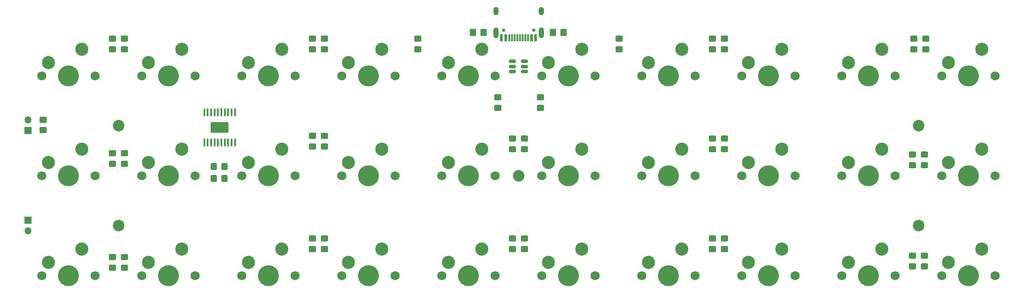
<source format=gbr>
%TF.GenerationSoftware,KiCad,Pcbnew,7.0.10*%
%TF.CreationDate,2024-02-28T00:26:24+11:00*%
%TF.ProjectId,wahoo30,7761686f-6f33-4302-9e6b-696361645f70,rev?*%
%TF.SameCoordinates,Original*%
%TF.FileFunction,Soldermask,Bot*%
%TF.FilePolarity,Negative*%
%FSLAX46Y46*%
G04 Gerber Fmt 4.6, Leading zero omitted, Abs format (unit mm)*
G04 Created by KiCad (PCBNEW 7.0.10) date 2024-02-28 00:26:24*
%MOMM*%
%LPD*%
G01*
G04 APERTURE LIST*
G04 Aperture macros list*
%AMRoundRect*
0 Rectangle with rounded corners*
0 $1 Rounding radius*
0 $2 $3 $4 $5 $6 $7 $8 $9 X,Y pos of 4 corners*
0 Add a 4 corners polygon primitive as box body*
4,1,4,$2,$3,$4,$5,$6,$7,$8,$9,$2,$3,0*
0 Add four circle primitives for the rounded corners*
1,1,$1+$1,$2,$3*
1,1,$1+$1,$4,$5*
1,1,$1+$1,$6,$7*
1,1,$1+$1,$8,$9*
0 Add four rect primitives between the rounded corners*
20,1,$1+$1,$2,$3,$4,$5,0*
20,1,$1+$1,$4,$5,$6,$7,0*
20,1,$1+$1,$6,$7,$8,$9,0*
20,1,$1+$1,$8,$9,$2,$3,0*%
G04 Aperture macros list end*
%ADD10C,1.750000*%
%ADD11C,4.000000*%
%ADD12C,2.500000*%
%ADD13C,2.200000*%
%ADD14R,1.350000X1.350000*%
%ADD15O,1.350000X1.350000*%
%ADD16RoundRect,0.250000X-0.450000X0.325000X-0.450000X-0.325000X0.450000X-0.325000X0.450000X0.325000X0*%
%ADD17RoundRect,0.250000X-0.450000X0.350000X-0.450000X-0.350000X0.450000X-0.350000X0.450000X0.350000X0*%
%ADD18RoundRect,0.250000X-0.350000X-0.450000X0.350000X-0.450000X0.350000X0.450000X-0.350000X0.450000X0*%
%ADD19C,0.650000*%
%ADD20R,0.600000X1.450000*%
%ADD21R,0.300000X1.450000*%
%ADD22O,1.000000X1.600000*%
%ADD23O,1.000000X2.100000*%
%ADD24RoundRect,0.250000X-0.325000X-0.450000X0.325000X-0.450000X0.325000X0.450000X-0.325000X0.450000X0*%
%ADD25RoundRect,0.150000X0.512500X0.150000X-0.512500X0.150000X-0.512500X-0.150000X0.512500X-0.150000X0*%
%ADD26RoundRect,0.100000X-0.100000X0.637500X-0.100000X-0.637500X0.100000X-0.637500X0.100000X0.637500X0*%
%ADD27R,3.350000X2.150000*%
%ADD28RoundRect,0.250000X0.350000X0.450000X-0.350000X0.450000X-0.350000X-0.450000X0.350000X-0.450000X0*%
G04 APERTURE END LIST*
D10*
%TO.C,SW22*%
X146558000Y-57912000D03*
D11*
X151638000Y-57912000D03*
D10*
X156718000Y-57912000D03*
D12*
X147828000Y-55372000D03*
X154178000Y-52832000D03*
%TD*%
D10*
%TO.C,SW20*%
X127508000Y-76962000D03*
D11*
X132588000Y-76962000D03*
D10*
X137668000Y-76962000D03*
D12*
X128778000Y-74422000D03*
X135128000Y-71882000D03*
%TD*%
D10*
%TO.C,SW16*%
X108458000Y-57912000D03*
D11*
X113538000Y-57912000D03*
D10*
X118618000Y-57912000D03*
D12*
X109728000Y-55372000D03*
X116078000Y-52832000D03*
%TD*%
D10*
%TO.C,SW14*%
X89408000Y-76962000D03*
D11*
X94488000Y-76962000D03*
D10*
X99568000Y-76962000D03*
D12*
X90678000Y-74422000D03*
X97028000Y-71882000D03*
%TD*%
D10*
%TO.C,SW21*%
X146558000Y-38862000D03*
D11*
X151638000Y-38862000D03*
D10*
X156718000Y-38862000D03*
D12*
X147828000Y-36322000D03*
X154178000Y-33782000D03*
%TD*%
D10*
%TO.C,SW31*%
X203708000Y-57912000D03*
D11*
X208788000Y-57912000D03*
D10*
X213868000Y-57912000D03*
D12*
X204978000Y-55372000D03*
X211328000Y-52832000D03*
%TD*%
D10*
%TO.C,SW3*%
X32258000Y-38862000D03*
D11*
X37338000Y-38862000D03*
D10*
X42418000Y-38862000D03*
D12*
X33528000Y-36322000D03*
X39878000Y-33782000D03*
%TD*%
D10*
%TO.C,SW4*%
X32258000Y-57912000D03*
D11*
X37338000Y-57912000D03*
D10*
X42418000Y-57912000D03*
D12*
X33528000Y-55372000D03*
X39878000Y-52832000D03*
%TD*%
D13*
%TO.C,H1*%
X46863000Y-67437000D03*
%TD*%
D10*
%TO.C,SW10*%
X70358000Y-57912000D03*
D11*
X75438000Y-57912000D03*
D10*
X80518000Y-57912000D03*
D12*
X71628000Y-55372000D03*
X77978000Y-52832000D03*
%TD*%
D10*
%TO.C,SW30*%
X203708000Y-38862000D03*
D11*
X208788000Y-38862000D03*
D10*
X213868000Y-38862000D03*
D12*
X204978000Y-36322000D03*
X211328000Y-33782000D03*
%TD*%
D10*
%TO.C,SW7*%
X51308000Y-57912000D03*
D11*
X56388000Y-57912000D03*
D10*
X61468000Y-57912000D03*
D12*
X52578000Y-55372000D03*
X58928000Y-52832000D03*
%TD*%
D10*
%TO.C,SW6*%
X51308000Y-38862000D03*
D11*
X56388000Y-38862000D03*
D10*
X61468000Y-38862000D03*
D12*
X52578000Y-36322000D03*
X58928000Y-33782000D03*
%TD*%
D10*
%TO.C,SW5*%
X32258000Y-76962000D03*
D11*
X37338000Y-76962000D03*
D10*
X42418000Y-76962000D03*
D12*
X33528000Y-74422000D03*
X39878000Y-71882000D03*
%TD*%
D14*
%TO.C,SW1*%
X29591000Y-66437000D03*
D15*
X29591000Y-68437000D03*
%TD*%
D13*
%TO.C,H5*%
X123063000Y-57912000D03*
%TD*%
D10*
%TO.C,SW17*%
X108458000Y-76962000D03*
D11*
X113538000Y-76962000D03*
D10*
X118618000Y-76962000D03*
D12*
X109728000Y-74422000D03*
X116078000Y-71882000D03*
%TD*%
D10*
%TO.C,SW8*%
X51308000Y-76962000D03*
D11*
X56388000Y-76962000D03*
D10*
X61468000Y-76962000D03*
D12*
X52578000Y-74422000D03*
X58928000Y-71882000D03*
%TD*%
D10*
%TO.C,SW19*%
X127508000Y-57912000D03*
D11*
X132588000Y-57912000D03*
D10*
X137668000Y-57912000D03*
D12*
X128778000Y-55372000D03*
X135128000Y-52832000D03*
%TD*%
D14*
%TO.C,SW2*%
X29591000Y-49276000D03*
D15*
X29591000Y-47276000D03*
%TD*%
D10*
%TO.C,SW27*%
X184658000Y-38862000D03*
D11*
X189738000Y-38862000D03*
D10*
X194818000Y-38862000D03*
D12*
X185928000Y-36322000D03*
X192278000Y-33782000D03*
%TD*%
D10*
%TO.C,SW32*%
X203708000Y-76962000D03*
D11*
X208788000Y-76962000D03*
D10*
X213868000Y-76962000D03*
D12*
X204978000Y-74422000D03*
X211328000Y-71882000D03*
%TD*%
D10*
%TO.C,SW28*%
X184658000Y-57912000D03*
D11*
X189738000Y-57912000D03*
D10*
X194818000Y-57912000D03*
D12*
X185928000Y-55372000D03*
X192278000Y-52832000D03*
%TD*%
D13*
%TO.C,H2*%
X46863000Y-48387000D03*
%TD*%
D10*
%TO.C,SW9*%
X70358000Y-38862000D03*
D11*
X75438000Y-38862000D03*
D10*
X80518000Y-38862000D03*
D12*
X71628000Y-36322000D03*
X77978000Y-33782000D03*
%TD*%
D13*
%TO.C,H4*%
X199263000Y-67437000D03*
%TD*%
D10*
%TO.C,SW18*%
X127508000Y-38862000D03*
D11*
X132588000Y-38862000D03*
D10*
X137668000Y-38862000D03*
D12*
X128778000Y-36322000D03*
X135128000Y-33782000D03*
%TD*%
D10*
%TO.C,SW13*%
X89408000Y-57912000D03*
D11*
X94488000Y-57912000D03*
D10*
X99568000Y-57912000D03*
D12*
X90678000Y-55372000D03*
X97028000Y-52832000D03*
%TD*%
D10*
%TO.C,SW29*%
X184658000Y-76962000D03*
D11*
X189738000Y-76962000D03*
D10*
X194818000Y-76962000D03*
D12*
X185928000Y-74422000D03*
X192278000Y-71882000D03*
%TD*%
D10*
%TO.C,SW11*%
X70358000Y-76962000D03*
D11*
X75438000Y-76962000D03*
D10*
X80518000Y-76962000D03*
D12*
X71628000Y-74422000D03*
X77978000Y-71882000D03*
%TD*%
D13*
%TO.C,H3*%
X199263000Y-48387000D03*
%TD*%
D10*
%TO.C,SW15*%
X108458000Y-38862000D03*
D11*
X113538000Y-38862000D03*
D10*
X118618000Y-38862000D03*
D12*
X109728000Y-36322000D03*
X116078000Y-33782000D03*
%TD*%
D10*
%TO.C,SW25*%
X165608000Y-57912000D03*
D11*
X170688000Y-57912000D03*
D10*
X175768000Y-57912000D03*
D12*
X166878000Y-55372000D03*
X173228000Y-52832000D03*
%TD*%
D10*
%TO.C,SW26*%
X165608000Y-76962000D03*
D11*
X170688000Y-76962000D03*
D10*
X175768000Y-76962000D03*
D12*
X166878000Y-74422000D03*
X173228000Y-71882000D03*
%TD*%
D10*
%TO.C,SW23*%
X146558000Y-76962000D03*
D11*
X151638000Y-76962000D03*
D10*
X156718000Y-76962000D03*
D12*
X147828000Y-74422000D03*
X154178000Y-71882000D03*
%TD*%
D10*
%TO.C,SW12*%
X89408000Y-38862000D03*
D11*
X94488000Y-38862000D03*
D10*
X99568000Y-38862000D03*
D12*
X90678000Y-36322000D03*
X97028000Y-33782000D03*
%TD*%
D10*
%TO.C,SW24*%
X165608000Y-38862000D03*
D11*
X170688000Y-38862000D03*
D10*
X175768000Y-38862000D03*
D12*
X166878000Y-36322000D03*
X173228000Y-33782000D03*
%TD*%
D16*
%TO.C,D22*%
X162255000Y-31758000D03*
X162255000Y-33808000D03*
%TD*%
%TO.C,F1*%
X119126000Y-42917000D03*
X119126000Y-44967000D03*
%TD*%
%TO.C,D1*%
X45720000Y-31749000D03*
X45720000Y-33799000D03*
%TD*%
%TO.C,D11*%
X86055000Y-50300000D03*
X86055000Y-52350000D03*
%TD*%
D17*
%TO.C,R4*%
X32450000Y-47243000D03*
X32450000Y-49243000D03*
%TD*%
D16*
%TO.C,D23*%
X162255000Y-50808000D03*
X162255000Y-52858000D03*
%TD*%
%TO.C,D8*%
X83769000Y-50300000D03*
X83769000Y-52350000D03*
%TD*%
D18*
%TO.C,R1*%
X129632000Y-30572000D03*
X131632000Y-30572000D03*
%TD*%
D16*
%TO.C,D10*%
X86055000Y-31758000D03*
X86055000Y-33808000D03*
%TD*%
%TO.C,D20*%
X159969000Y-50808000D03*
X159969000Y-52858000D03*
%TD*%
D19*
%TO.C,J3*%
X120173000Y-30159000D03*
X125953000Y-30159000D03*
D20*
X119813000Y-31604000D03*
X120613000Y-31604000D03*
D21*
X121813000Y-31604000D03*
X122813000Y-31604000D03*
X123313000Y-31604000D03*
X124313000Y-31604000D03*
D20*
X125513000Y-31604000D03*
X126313000Y-31604000D03*
X126313000Y-31604000D03*
X125513000Y-31604000D03*
D21*
X124813000Y-31604000D03*
X123813000Y-31604000D03*
X122313000Y-31604000D03*
X121313000Y-31604000D03*
D20*
X120613000Y-31604000D03*
X119813000Y-31604000D03*
D22*
X118743000Y-26509000D03*
D23*
X118743000Y-30689000D03*
D22*
X127383000Y-26509000D03*
D23*
X127383000Y-30689000D03*
%TD*%
D16*
%TO.C,D24*%
X162255000Y-69858000D03*
X162255000Y-71908000D03*
%TD*%
D24*
%TO.C,C1*%
X64964000Y-56151000D03*
X67014000Y-56151000D03*
%TD*%
D16*
%TO.C,D19*%
X159969000Y-31758000D03*
X159969000Y-33808000D03*
%TD*%
%TO.C,D31*%
X127254000Y-42917000D03*
X127254000Y-44967000D03*
%TD*%
%TO.C,D28*%
X200609000Y-31758000D03*
X200609000Y-33808000D03*
%TD*%
%TO.C,D12*%
X86055000Y-69858000D03*
X86055000Y-71908000D03*
%TD*%
%TO.C,D14*%
X121869000Y-50808000D03*
X121869000Y-52858000D03*
%TD*%
%TO.C,D26*%
X198069000Y-53856000D03*
X198069000Y-55906000D03*
%TD*%
%TO.C,D25*%
X198323000Y-31758000D03*
X198323000Y-33808000D03*
%TD*%
D24*
%TO.C,C3*%
X64964000Y-58437000D03*
X67014000Y-58437000D03*
%TD*%
D16*
%TO.C,D30*%
X200355000Y-73143000D03*
X200355000Y-75193000D03*
%TD*%
%TO.C,D2*%
X45720000Y-53602000D03*
X45720000Y-55652000D03*
%TD*%
%TO.C,D9*%
X83769000Y-69858000D03*
X83769000Y-71908000D03*
%TD*%
%TO.C,D16*%
X142240000Y-31741000D03*
X142240000Y-33791000D03*
%TD*%
%TO.C,D15*%
X121869000Y-69858000D03*
X121869000Y-71908000D03*
%TD*%
%TO.C,D5*%
X47955000Y-53602000D03*
X47955000Y-55652000D03*
%TD*%
%TO.C,D17*%
X124155000Y-50808000D03*
X124155000Y-52858000D03*
%TD*%
D25*
%TO.C,U2*%
X124139500Y-36134000D03*
X124139500Y-37084000D03*
X124139500Y-38034000D03*
X121864500Y-38034000D03*
X121864500Y-37084000D03*
X121864500Y-36134000D03*
%TD*%
D16*
%TO.C,D21*%
X159969000Y-69858000D03*
X159969000Y-71908000D03*
%TD*%
%TO.C,D18*%
X124155000Y-69858000D03*
X124155000Y-71908000D03*
%TD*%
D26*
%TO.C,U1*%
X63193000Y-45848500D03*
X63843000Y-45848500D03*
X64493000Y-45848500D03*
X65143000Y-45848500D03*
X65793000Y-45848500D03*
X66443000Y-45848500D03*
X67093000Y-45848500D03*
X67743000Y-45848500D03*
X68393000Y-45848500D03*
X69043000Y-45848500D03*
X69043000Y-51623500D03*
X68393000Y-51623500D03*
X67743000Y-51623500D03*
X67093000Y-51623500D03*
X66443000Y-51623500D03*
X65793000Y-51623500D03*
X65143000Y-51623500D03*
X64493000Y-51623500D03*
X63843000Y-51623500D03*
X63193000Y-51623500D03*
D27*
X66118000Y-48736000D03*
%TD*%
D16*
%TO.C,D4*%
X48006000Y-31749000D03*
X48006000Y-33799000D03*
%TD*%
%TO.C,D7*%
X83769000Y-31749000D03*
X83769000Y-33799000D03*
%TD*%
%TO.C,D13*%
X103886000Y-31749000D03*
X103886000Y-33799000D03*
%TD*%
%TO.C,D29*%
X200355000Y-53856000D03*
X200355000Y-55906000D03*
%TD*%
%TO.C,D27*%
X198069000Y-73143000D03*
X198069000Y-75193000D03*
%TD*%
%TO.C,D3*%
X45720000Y-73397000D03*
X45720000Y-75447000D03*
%TD*%
%TO.C,D6*%
X47955000Y-73414000D03*
X47955000Y-75464000D03*
%TD*%
D28*
%TO.C,R2*%
X116392000Y-30572000D03*
X114392000Y-30572000D03*
%TD*%
M02*

</source>
